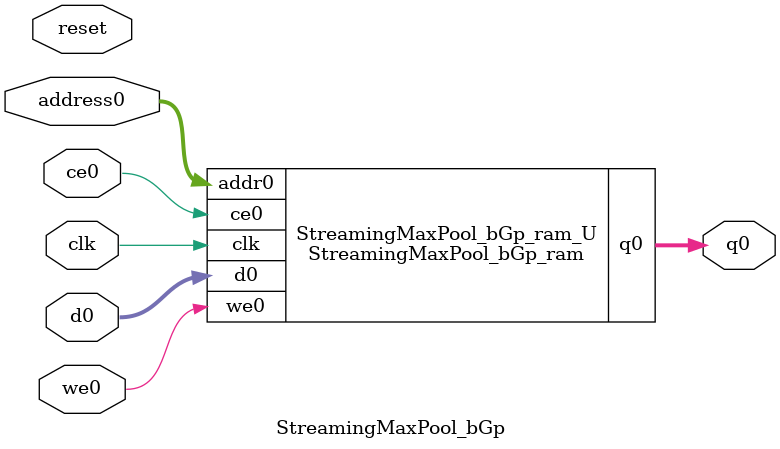
<source format=v>

`timescale 1 ns / 1 ps
module StreamingMaxPool_bGp_ram (addr0, ce0, d0, we0, q0,  clk);

parameter DWIDTH = 2;
parameter AWIDTH = 3;
parameter MEM_SIZE = 5;

input[AWIDTH-1:0] addr0;
input ce0;
input[DWIDTH-1:0] d0;
input we0;
output reg[DWIDTH-1:0] q0;
input clk;

(* ram_style = "distributed" *)reg [DWIDTH-1:0] ram[0:MEM_SIZE-1];




always @(posedge clk)  
begin 
    if (ce0) 
    begin
        if (we0) 
        begin 
            ram[addr0] <= d0; 
            q0 <= d0;
        end 
        else 
            q0 <= ram[addr0];
    end
end


endmodule


`timescale 1 ns / 1 ps
module StreamingMaxPool_bGp(
    reset,
    clk,
    address0,
    ce0,
    we0,
    d0,
    q0);

parameter DataWidth = 32'd2;
parameter AddressRange = 32'd5;
parameter AddressWidth = 32'd3;
input reset;
input clk;
input[AddressWidth - 1:0] address0;
input ce0;
input we0;
input[DataWidth - 1:0] d0;
output[DataWidth - 1:0] q0;



StreamingMaxPool_bGp_ram StreamingMaxPool_bGp_ram_U(
    .clk( clk ),
    .addr0( address0 ),
    .ce0( ce0 ),
    .we0( we0 ),
    .d0( d0 ),
    .q0( q0 ));

endmodule


</source>
